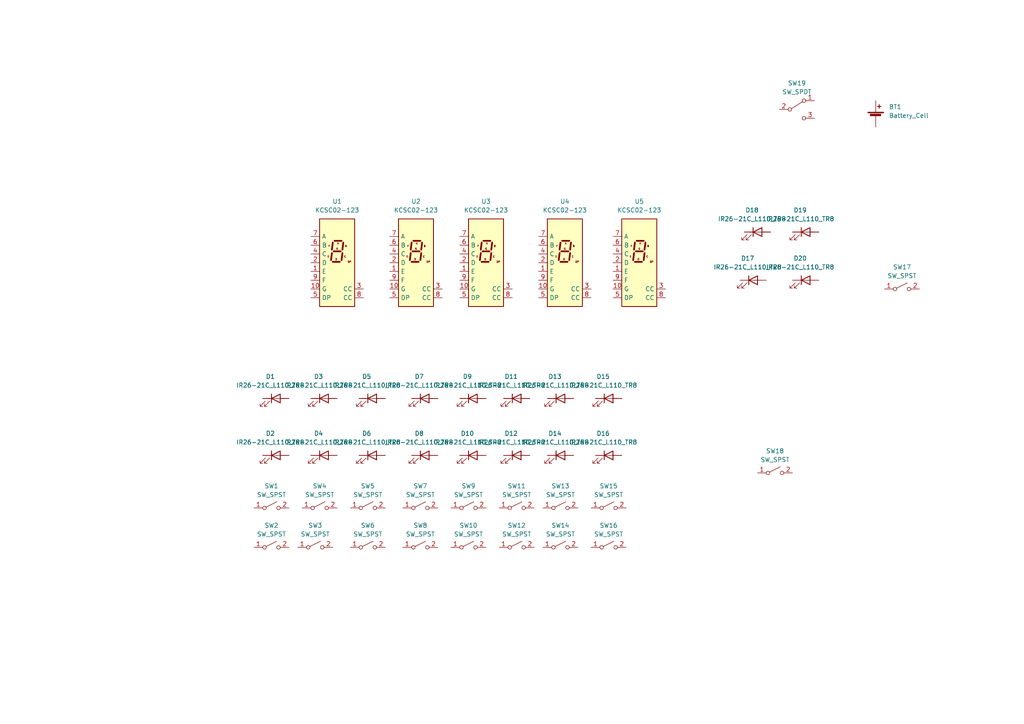
<source format=kicad_sch>
(kicad_sch (version 20211123) (generator eeschema)
  (paper "A4")
  (lib_symbols
    (symbol "Device:Battery_Cell" (pin_numbers hide) (pin_names (offset 0) hide)
      (property "Reference" "BT" (at 2.54 2.54 0))
      (property "Value" "Battery_Cell" (at 2.54 0 0))
      (symbol "Battery_Cell_0_1"
        (rectangle (start -2.286 1.778) (end 2.286 1.524) (fill (type outline)))
        (rectangle (start -1.5748 1.1938) (end 1.4732 0.6858) (fill (type outline)))
        (polyline (pts (xy 0 0.762) (xy 0 0)))
        (polyline (pts (xy 0 1.778) (xy 0 2.54)))
        (polyline (pts (xy 0.508 3.429) (xy 1.524 3.429)) (stroke (width 0.254)))
        (polyline (pts (xy 1.016 3.937) (xy 1.016 2.921)) (stroke (width 0.254)))
      )
      (symbol "Battery_Cell_1_1"
        (pin passive line (at 0 5.08 270) (length 2.54) (name "+") (number "1"))
        (pin passive line (at 0 -2.54 90) (length 2.54) (name "-") (number "2"))
      )
    )
    (symbol "Display_Character:KCSC02-123" (pin_names (offset 0.635))
      (property "Reference" "U" (at -2.54 13.97 0))
      (property "Value" "KCSC02-123" (at 1.27 13.97 0))
      (symbol "KCSC02-123_0_0"
        (text "A" (at 0.254 5.588 0) (effects (font (size 0.508 0.508))))
        (text "B" (at 2.54 4.826 0) (effects (font (size 0.508 0.508))))
        (text "C" (at 2.286 1.778 0) (effects (font (size 0.508 0.508))))
        (text "D" (at -0.254 1.016 0) (effects (font (size 0.508 0.508))))
        (text "DP" (at 3.556 0.254 0) (effects (font (size 0.508 0.508))))
        (text "E" (at -2.54 1.778 0) (effects (font (size 0.508 0.508))))
        (text "F" (at -2.286 4.826 0) (effects (font (size 0.508 0.508))))
        (text "G" (at 0 4.064 0) (effects (font (size 0.508 0.508))))
      )
      (symbol "KCSC02-123_0_1"
        (rectangle (start -5.08 12.7) (end 5.08 -12.7) (stroke (width 0.254)) (fill (type background)))
        (polyline (pts (xy -1.524 2.794) (xy -1.778 0.762)) (stroke (width 0.508)))
        (polyline (pts (xy -1.27 0.254) (xy 0.762 0.254)) (stroke (width 0.508)))
        (polyline (pts (xy -1.27 5.842) (xy -1.524 3.81)) (stroke (width 0.508)))
        (polyline (pts (xy -1.016 3.302) (xy 1.016 3.302)) (stroke (width 0.508)))
        (polyline (pts (xy -0.762 6.35) (xy 1.27 6.35)) (stroke (width 0.508)))
        (polyline (pts (xy 1.524 2.794) (xy 1.27 0.762)) (stroke (width 0.508)))
        (polyline (pts (xy 1.778 5.842) (xy 1.524 3.81)) (stroke (width 0.508)))
        (polyline (pts (xy 2.54 0.254) (xy 2.54 0.254)) (stroke (width 0.508)))
      )
      (symbol "KCSC02-123_1_1"
        (pin input line (at -7.62 -2.54 0) (length 2.54) (name "E") (number "1"))
        (pin input line (at -7.62 -7.62 0) (length 2.54) (name "G") (number "10"))
        (pin input line (at -7.62 0 0) (length 2.54) (name "D") (number "2"))
        (pin input line (at 7.62 -7.62 180) (length 2.54) (name "CC") (number "3"))
        (pin input line (at -7.62 2.54 0) (length 2.54) (name "C") (number "4"))
        (pin input line (at -7.62 -10.16 0) (length 2.54) (name "DP") (number "5"))
        (pin input line (at -7.62 5.08 0) (length 2.54) (name "B") (number "6"))
        (pin input line (at -7.62 7.62 0) (length 2.54) (name "A") (number "7"))
        (pin input line (at 7.62 -10.16 180) (length 2.54) (name "CC") (number "8"))
        (pin input line (at -7.62 -5.08 0) (length 2.54) (name "F") (number "9"))
      )
    )
    (symbol "LED:IR26-21C_L110_TR8" (pin_numbers hide) (pin_names (offset 1.016) hide)
      (property "Reference" "D" (at 0 2.54 0))
      (property "Value" "IR26-21C_L110_TR8" (at 0 -3.81 0))
      (symbol "IR26-21C_L110_TR8_0_1"
        (polyline (pts (xy -1.27 -1.27) (xy -1.27 1.27)) (stroke (width 0.254)))
        (polyline (pts (xy -1.27 0) (xy 1.27 0)))
        (polyline (pts (xy 1.27 -1.27) (xy 1.27 1.27) (xy -1.27 0) (xy 1.27 -1.27)) (stroke (width 0.254)))
        (polyline (pts (xy -3.048 -0.762) (xy -4.572 -2.286) (xy -3.81 -2.286) (xy -4.572 -2.286) (xy -4.572 -1.524)))
        (polyline (pts (xy -1.778 -0.762) (xy -3.302 -2.286) (xy -2.54 -2.286) (xy -3.302 -2.286) (xy -3.302 -1.524)))
      )
      (symbol "IR26-21C_L110_TR8_1_1"
        (pin passive line (at -3.81 0 0) (length 2.54) (name "K") (number "1"))
        (pin passive line (at 3.81 0 180) (length 2.54) (name "A") (number "2"))
      )
    )
    (symbol "Switch:SW_SPDT" (pin_names (offset 0) hide)
      (property "Reference" "SW" (at 0 4.318 0))
      (property "Value" "SW_SPDT" (at 0 -5.08 0))
      (symbol "SW_SPDT_0_0"
        (circle (center -2.032 0) (radius 0.508))
        (circle (center 2.032 -2.54) (radius 0.508))
      )
      (symbol "SW_SPDT_0_1"
        (polyline (pts (xy -1.524 0.254) (xy 1.651 2.286)))
        (circle (center 2.032 2.54) (radius 0.508))
      )
      (symbol "SW_SPDT_1_1"
        (pin passive line (at 5.08 2.54 180) (length 2.54) (name "A") (number "1"))
        (pin passive line (at -5.08 0 0) (length 2.54) (name "B") (number "2"))
        (pin passive line (at 5.08 -2.54 180) (length 2.54) (name "C") (number "3"))
      )
    )
    (symbol "Switch:SW_SPST" (pin_names (offset 0) hide)
      (property "Reference" "SW" (at 0 3.175 0))
      (property "Value" "SW_SPST" (at 0 -2.54 0))
      (symbol "SW_SPST_0_0"
        (circle (center -2.032 0) (radius 0.508))
        (polyline (pts (xy -1.524 0.254) (xy 1.524 1.778)))
        (circle (center 2.032 0) (radius 0.508))
      )
      (symbol "SW_SPST_1_1"
        (pin passive line (at -5.08 0 0) (length 2.54) (name "A") (number "1"))
        (pin passive line (at 5.08 0 180) (length 2.54) (name "B") (number "2"))
      )
    )
  )
  (symbol (lib_id "Switch:SW_SPST") (at 121.92 147.32 0) (unit 1)
    (property "Reference" "SW7" (at 121.92 140.97 0))
    (property "Value" "SW_SPST" (at 121.92 143.51 0))
    (property "Footprint" "Button_Switch_SMD:SW_SPST_CK_RS282G05A3" (effects hide))
  )
  (symbol (lib_id "LED:IR26-21C_L110_TR8") (at 107.95 115.57 0) (unit 1)
    (property "Reference" "D5" (at 106.3625 109.22 0))
    (property "Value" "IR26-21C_L110_TR8" (at 106.3625 111.76 0))
    (property "Footprint" "LED_SMD:LED_1206_3216Metric" (effects hide))
    (property "Datasheet" "http://www.everlight.com/file/ProductFile/IR26-21C-L110-TR8.pdf" (effects hide))
  )
  (symbol (lib_id "Switch:SW_SPST") (at 176.53 147.32 0) (unit 1)
    (property "Reference" "SW15" (at 176.53 140.97 0))
    (property "Value" "SW_SPST" (at 176.53 143.51 0))
    (property "Footprint" "Button_Switch_SMD:SW_SPST_CK_RS282G05A3" (effects hide))
  )
  (symbol (lib_id "Switch:SW_SPST") (at 224.79 137.16 0) (unit 1)
    (property "Reference" "SW18" (at 224.79 130.81 0))
    (property "Value" "SW_SPST" (at 224.79 133.35 0))
    (property "Footprint" "Button_Switch_SMD:SW_SPST_CK_RS282G05A3" (effects hide))
  )
  (symbol (lib_id "LED:IR26-21C_L110_TR8") (at 176.53 115.57 0) (unit 1)
    (property "Reference" "D15" (at 174.9425 109.22 0))
    (property "Value" "IR26-21C_L110_TR8" (at 174.9425 111.76 0))
    (property "Footprint" "LED_SMD:LED_1206_3216Metric" (effects hide))
    (property "Datasheet" "http://www.everlight.com/file/ProductFile/IR26-21C-L110-TR8.pdf" (effects hide))
  )
  (symbol (lib_id "LED:IR26-21C_L110_TR8") (at 219.71 67.31 0) (unit 1)
    (property "Reference" "D18" (at 218.1225 60.96 0))
    (property "Value" "IR26-21C_L110_TR8" (at 218.1225 63.5 0))
    (property "Footprint" "LED_SMD:LED_1206_3216Metric" (effects hide))
    (property "Datasheet" "http://www.everlight.com/file/ProductFile/IR26-21C-L110-TR8.pdf" (effects hide))
  )
  (symbol (lib_id "Switch:SW_SPST") (at 106.68 158.75 0) (unit 1)
    (property "Reference" "SW6" (at 106.68 152.4 0))
    (property "Value" "SW_SPST" (at 106.68 154.94 0))
    (property "Footprint" "Button_Switch_SMD:SW_SPST_CK_RS282G05A3" (effects hide))
  )
  (symbol (lib_id "Switch:SW_SPDT") (at 231.14 31.75 0) (unit 1)
    (property "Reference" "SW19" (at 231.14 24.13 0))
    (property "Value" "SW_SPDT" (at 231.14 26.67 0))
    (property "Footprint" "Button_Switch_SMD:SW_SPDT_PCM12" (effects hide))
  )
  (symbol (lib_id "LED:IR26-21C_L110_TR8") (at 93.98 132.08 0) (unit 1)
    (property "Reference" "D4" (at 92.3925 125.73 0))
    (property "Value" "IR26-21C_L110_TR8" (at 92.3925 128.27 0))
    (property "Footprint" "LED_SMD:LED_1206_3216Metric" (effects hide))
    (property "Datasheet" "http://www.everlight.com/file/ProductFile/IR26-21C-L110-TR8.pdf" (effects hide))
  )
  (symbol (lib_id "Switch:SW_SPST") (at 121.92 158.75 0) (unit 1)
    (property "Reference" "SW8" (at 121.92 152.4 0))
    (property "Value" "SW_SPST" (at 121.92 154.94 0))
    (property "Footprint" "Button_Switch_SMD:SW_SPST_CK_RS282G05A3" (effects hide))
  )
  (symbol (lib_id "LED:IR26-21C_L110_TR8") (at 80.01 132.08 0) (unit 1)
    (property "Reference" "D2" (at 78.4225 125.73 0))
    (property "Value" "IR26-21C_L110_TR8" (at 78.4225 128.27 0))
    (property "Footprint" "LED_SMD:LED_1206_3216Metric" (effects hide))
    (property "Datasheet" "http://www.everlight.com/file/ProductFile/IR26-21C-L110-TR8.pdf" (effects hide))
  )
  (symbol (lib_id "Switch:SW_SPST") (at 106.68 147.32 0) (unit 1)
    (property "Reference" "SW5" (at 106.68 140.97 0))
    (property "Value" "SW_SPST" (at 106.68 143.51 0))
    (property "Footprint" "Button_Switch_SMD:SW_SPST_CK_RS282G05A3" (effects hide))
  )
  (symbol (lib_id "LED:IR26-21C_L110_TR8") (at 233.68 67.31 0) (unit 1)
    (property "Reference" "D19" (at 232.0925 60.96 0))
    (property "Value" "IR26-21C_L110_TR8" (at 232.0925 63.5 0))
    (property "Footprint" "LED_SMD:LED_1206_3216Metric" (effects hide))
    (property "Datasheet" "http://www.everlight.com/file/ProductFile/IR26-21C-L110-TR8.pdf" (effects hide))
  )
  (symbol (lib_id "Display_Character:KCSC02-123") (at 163.83 76.2 0) (unit 1)
    (property "Reference" "U4" (at 163.83 58.42 0))
    (property "Value" "KCSC02-123" (at 163.83 60.96 0))
    (property "Footprint" "Display_7Segment:KCSC02-123" (effects hide))
    (property "Datasheet" "http://www.kingbright.com/attachments/file/psearch/000/00/00/KCSC02-123(Ver.10A).pdf" (effects hide))
  )
  (symbol (lib_id "Display_Character:KCSC02-123") (at 185.42 76.2 0) (unit 1)
    (property "Reference" "U5" (at 185.42 58.42 0))
    (property "Value" "KCSC02-123" (at 185.42 60.96 0))
    (property "Footprint" "Display_7Segment:KCSC02-123" (effects hide))
    (property "Datasheet" "http://www.kingbright.com/attachments/file/psearch/000/00/00/KCSC02-123(Ver.10A).pdf" (effects hide))
  )
  (symbol (lib_id "LED:IR26-21C_L110_TR8") (at 149.86 132.08 0) (unit 1)
    (property "Reference" "D12" (at 148.2725 125.73 0))
    (property "Value" "IR26-21C_L110_TR8" (at 148.2725 128.27 0))
    (property "Footprint" "LED_SMD:LED_1206_3216Metric" (effects hide))
    (property "Datasheet" "http://www.everlight.com/file/ProductFile/IR26-21C-L110-TR8.pdf" (effects hide))
  )
  (symbol (lib_id "Device:Battery_Cell") (at 254 34.29 0) (unit 1)
    (property "Reference" "BT1" (at 257.81 30.9879 0) (effects (justify left)))
    (property "Value" "Battery_Cell" (at 257.81 33.5279 0) (effects (justify left)))
    (property "Footprint" "Battery:BatteryHolder_Keystone_103_1x20mm" (effects hide))
  )
  (symbol (lib_id "Switch:SW_SPST") (at 135.89 158.75 0) (unit 1)
    (property "Reference" "SW10" (at 135.89 152.4 0))
    (property "Value" "SW_SPST" (at 135.89 154.94 0))
    (property "Footprint" "Button_Switch_SMD:SW_SPST_CK_RS282G05A3" (effects hide))
  )
  (symbol (lib_id "Display_Character:KCSC02-123") (at 120.65 76.2 0) (unit 1)
    (property "Reference" "U2" (at 120.65 58.42 0))
    (property "Value" "KCSC02-123" (at 120.65 60.96 0))
    (property "Footprint" "Display_7Segment:KCSC02-123" (effects hide))
    (property "Datasheet" "http://www.kingbright.com/attachments/file/psearch/000/00/00/KCSC02-123(Ver.10A).pdf" (effects hide))
  )
  (symbol (lib_id "Switch:SW_SPST") (at 261.62 83.82 0) (unit 1)
    (property "Reference" "SW17" (at 261.62 77.47 0))
    (property "Value" "SW_SPST" (at 261.62 80.01 0))
    (property "Footprint" "Button_Switch_SMD:SW_SPST_CK_RS282G05A3" (effects hide))
  )
  (symbol (lib_id "Switch:SW_SPST") (at 135.89 147.32 0) (unit 1)
    (property "Reference" "SW9" (at 135.89 140.97 0))
    (property "Value" "SW_SPST" (at 135.89 143.51 0))
    (property "Footprint" "Button_Switch_SMD:SW_SPST_CK_RS282G05A3" (effects hide))
  )
  (symbol (lib_id "Switch:SW_SPST") (at 92.71 147.32 0) (unit 1)
    (property "Reference" "SW4" (at 92.71 140.97 0))
    (property "Value" "SW_SPST" (at 92.71 143.51 0))
    (property "Footprint" "Button_Switch_SMD:SW_SPST_CK_RS282G05A3" (effects hide))
  )
  (symbol (lib_id "LED:IR26-21C_L110_TR8") (at 162.56 132.08 0) (unit 1)
    (property "Reference" "D14" (at 160.9725 125.73 0))
    (property "Value" "IR26-21C_L110_TR8" (at 160.9725 128.27 0))
    (property "Footprint" "LED_SMD:LED_1206_3216Metric" (effects hide))
    (property "Datasheet" "http://www.everlight.com/file/ProductFile/IR26-21C-L110-TR8.pdf" (effects hide))
  )
  (symbol (lib_id "LED:IR26-21C_L110_TR8") (at 123.19 132.08 0) (unit 1)
    (property "Reference" "D8" (at 121.6025 125.73 0))
    (property "Value" "IR26-21C_L110_TR8" (at 121.6025 128.27 0))
    (property "Footprint" "LED_SMD:LED_1206_3216Metric" (effects hide))
    (property "Datasheet" "http://www.everlight.com/file/ProductFile/IR26-21C-L110-TR8.pdf" (effects hide))
  )
  (symbol (lib_id "Display_Character:KCSC02-123") (at 97.79 76.2 0) (unit 1)
    (property "Reference" "U1" (at 97.79 58.42 0))
    (property "Value" "KCSC02-123" (at 97.79 60.96 0))
    (property "Footprint" "Display_7Segment:KCSC02-123" (effects hide))
    (property "Datasheet" "http://www.kingbright.com/attachments/file/psearch/000/00/00/KCSC02-123(Ver.10A).pdf" (effects hide))
  )
  (symbol (lib_id "LED:IR26-21C_L110_TR8") (at 80.01 115.57 0) (unit 1)
    (property "Reference" "D1" (at 78.4225 109.22 0))
    (property "Value" "IR26-21C_L110_TR8" (at 78.4225 111.76 0))
    (property "Footprint" "LED_SMD:LED_1206_3216Metric" (effects hide))
    (property "Datasheet" "http://www.everlight.com/file/ProductFile/IR26-21C-L110-TR8.pdf" (effects hide))
  )
  (symbol (lib_id "LED:IR26-21C_L110_TR8") (at 123.19 115.57 0) (unit 1)
    (property "Reference" "D7" (at 121.6025 109.22 0))
    (property "Value" "IR26-21C_L110_TR8" (at 121.6025 111.76 0))
    (property "Footprint" "LED_SMD:LED_1206_3216Metric" (effects hide))
    (property "Datasheet" "http://www.everlight.com/file/ProductFile/IR26-21C-L110-TR8.pdf" (effects hide))
  )
  (symbol (lib_id "Switch:SW_SPST") (at 149.86 147.32 0) (unit 1)
    (property "Reference" "SW11" (at 149.86 140.97 0))
    (property "Value" "SW_SPST" (at 149.86 143.51 0))
    (property "Footprint" "Button_Switch_SMD:SW_SPST_CK_RS282G05A3" (effects hide))
  )
  (symbol (lib_id "Switch:SW_SPST") (at 78.74 147.32 0) (unit 1)
    (property "Reference" "SW1" (at 78.74 140.97 0))
    (property "Value" "SW_SPST" (at 78.74 143.51 0))
    (property "Footprint" "Button_Switch_SMD:SW_SPST_CK_RS282G05A3" (effects hide))
  )
  (symbol (lib_id "Switch:SW_SPST") (at 176.53 158.75 0) (unit 1)
    (property "Reference" "SW16" (at 176.53 152.4 0))
    (property "Value" "SW_SPST" (at 176.53 154.94 0))
    (property "Footprint" "Button_Switch_SMD:SW_SPST_CK_RS282G05A3" (effects hide))
  )
  (symbol (lib_id "Display_Character:KCSC02-123") (at 140.97 76.2 0) (unit 1)
    (property "Reference" "U3" (at 140.97 58.42 0))
    (property "Value" "KCSC02-123" (at 140.97 60.96 0))
    (property "Footprint" "Display_7Segment:KCSC02-123" (effects hide))
    (property "Datasheet" "http://www.kingbright.com/attachments/file/psearch/000/00/00/KCSC02-123(Ver.10A).pdf" (effects hide))
  )
  (symbol (lib_id "LED:IR26-21C_L110_TR8") (at 93.98 115.57 0) (unit 1)
    (property "Reference" "D3" (at 92.3925 109.22 0))
    (property "Value" "IR26-21C_L110_TR8" (at 92.3925 111.76 0))
    (property "Footprint" "LED_SMD:LED_1206_3216Metric" (effects hide))
    (property "Datasheet" "http://www.everlight.com/file/ProductFile/IR26-21C-L110-TR8.pdf" (effects hide))
  )
  (symbol (lib_id "LED:IR26-21C_L110_TR8") (at 218.44 81.28 0) (unit 1)
    (property "Reference" "D17" (at 216.8525 74.93 0))
    (property "Value" "IR26-21C_L110_TR8" (at 216.8525 77.47 0))
    (property "Footprint" "LED_SMD:LED_1206_3216Metric" (effects hide))
    (property "Datasheet" "http://www.everlight.com/file/ProductFile/IR26-21C-L110-TR8.pdf" (effects hide))
  )
  (symbol (lib_id "LED:IR26-21C_L110_TR8") (at 107.95 132.08 0) (unit 1)
    (property "Reference" "D6" (at 106.3625 125.73 0))
    (property "Value" "IR26-21C_L110_TR8" (at 106.3625 128.27 0))
    (property "Footprint" "LED_SMD:LED_1206_3216Metric" (effects hide))
    (property "Datasheet" "http://www.everlight.com/file/ProductFile/IR26-21C-L110-TR8.pdf" (effects hide))
  )
  (symbol (lib_id "LED:IR26-21C_L110_TR8") (at 176.53 132.08 0) (unit 1)
    (property "Reference" "D16" (at 174.9425 125.73 0))
    (property "Value" "IR26-21C_L110_TR8" (at 174.9425 128.27 0))
    (property "Footprint" "LED_SMD:LED_1206_3216Metric" (effects hide))
    (property "Datasheet" "http://www.everlight.com/file/ProductFile/IR26-21C-L110-TR8.pdf" (effects hide))
  )
  (symbol (lib_id "Switch:SW_SPST") (at 149.86 158.75 0) (unit 1)
    (property "Reference" "SW12" (at 149.86 152.4 0))
    (property "Value" "SW_SPST" (at 149.86 154.94 0))
    (property "Footprint" "Button_Switch_SMD:SW_SPST_CK_RS282G05A3" (effects hide))
  )
  (symbol (lib_id "LED:IR26-21C_L110_TR8") (at 233.68 81.28 0) (unit 1)
    (property "Reference" "D20" (at 232.0925 74.93 0))
    (property "Value" "IR26-21C_L110_TR8" (at 232.0925 77.47 0))
    (property "Footprint" "LED_SMD:LED_1206_3216Metric" (effects hide))
    (property "Datasheet" "http://www.everlight.com/file/ProductFile/IR26-21C-L110-TR8.pdf" (effects hide))
  )
  (symbol (lib_id "Switch:SW_SPST") (at 78.74 158.75 0) (unit 1)
    (property "Reference" "SW2" (at 78.74 152.4 0))
    (property "Value" "SW_SPST" (at 78.74 154.94 0))
    (property "Footprint" "Button_Switch_SMD:SW_SPST_CK_RS282G05A3" (effects hide))
  )
  (symbol (lib_id "LED:IR26-21C_L110_TR8") (at 137.16 115.57 0) (unit 1)
    (property "Reference" "D9" (at 135.5725 109.22 0))
    (property "Value" "IR26-21C_L110_TR8" (at 135.5725 111.76 0))
    (property "Footprint" "LED_SMD:LED_1206_3216Metric" (effects hide))
    (property "Datasheet" "http://www.everlight.com/file/ProductFile/IR26-21C-L110-TR8.pdf" (effects hide))
  )
  (symbol (lib_id "Switch:SW_SPST") (at 91.44 158.75 0) (unit 1)
    (property "Reference" "SW3" (at 91.44 152.4 0))
    (property "Value" "SW_SPST" (at 91.44 154.94 0))
    (property "Footprint" "Button_Switch_SMD:SW_SPST_CK_RS282G05A3" (effects hide))
  )
  (symbol (lib_id "Switch:SW_SPST") (at 162.56 158.75 0) (unit 1)
    (property "Reference" "SW14" (at 162.56 152.4 0))
    (property "Value" "SW_SPST" (at 162.56 154.94 0))
    (property "Footprint" "Button_Switch_SMD:SW_SPST_CK_RS282G05A3" (effects hide))
  )
  (symbol (lib_id "LED:IR26-21C_L110_TR8") (at 162.56 115.57 0) (unit 1)
    (property "Reference" "D13" (at 160.9725 109.22 0))
    (property "Value" "IR26-21C_L110_TR8" (at 160.9725 111.76 0))
    (property "Footprint" "LED_SMD:LED_1206_3216Metric" (effects hide))
    (property "Datasheet" "http://www.everlight.com/file/ProductFile/IR26-21C-L110-TR8.pdf" (effects hide))
  )
  (symbol (lib_id "LED:IR26-21C_L110_TR8") (at 149.86 115.57 0) (unit 1)
    (property "Reference" "D11" (at 148.2725 109.22 0))
    (property "Value" "IR26-21C_L110_TR8" (at 148.2725 111.76 0))
    (property "Footprint" "LED_SMD:LED_1206_3216Metric" (effects hide))
    (property "Datasheet" "http://www.everlight.com/file/ProductFile/IR26-21C-L110-TR8.pdf" (effects hide))
  )
  (symbol (lib_id "Switch:SW_SPST") (at 162.56 147.32 0) (unit 1)
    (property "Reference" "SW13" (at 162.56 140.97 0))
    (property "Value" "SW_SPST" (at 162.56 143.51 0))
    (property "Footprint" "Button_Switch_SMD:SW_SPST_CK_RS282G05A3" (effects hide))
  )
  (symbol (lib_id "LED:IR26-21C_L110_TR8") (at 137.16 132.08 0) (unit 1)
    (property "Reference" "D10" (at 135.5725 125.73 0))
    (property "Value" "IR26-21C_L110_TR8" (at 135.5725 128.27 0))
    (property "Footprint" "LED_SMD:LED_1206_3216Metric" (effects hide))
    (property "Datasheet" "http://www.everlight.com/file/ProductFile/IR26-21C-L110-TR8.pdf" (effects hide))
  )
)
</source>
